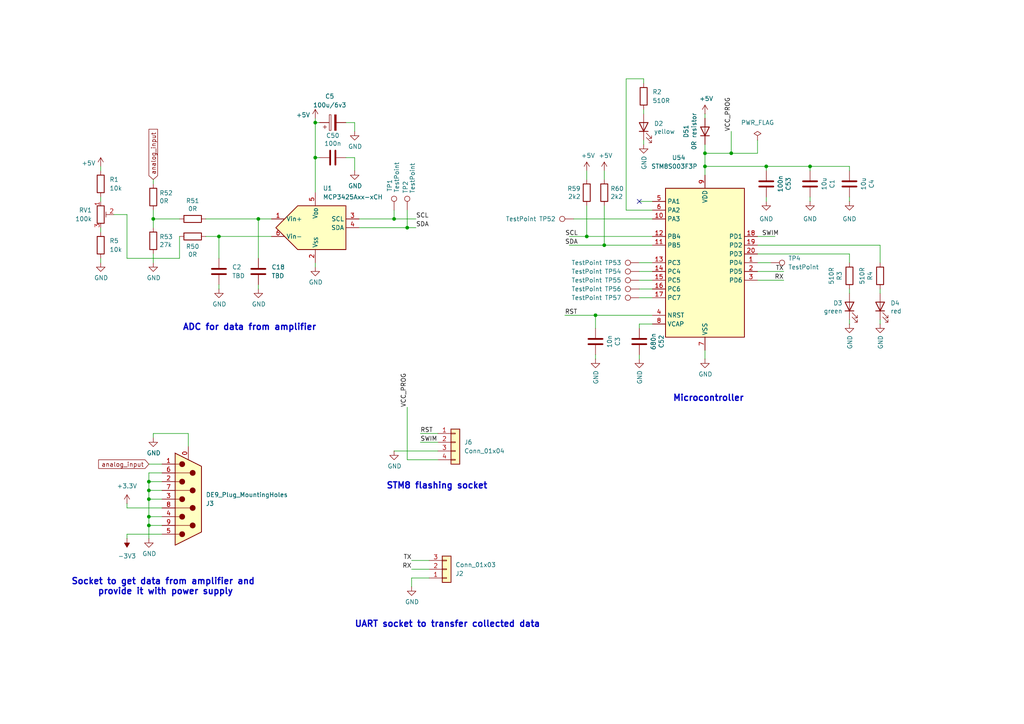
<source format=kicad_sch>
(kicad_sch (version 20231120) (generator "eeschema") (generator_version "8.0")
  (paper "A4")
  (lib_symbols
    (symbol "Analog_ADC:MCP3425Axx-xCH"
      (property "Reference" "U" (at -10.16 7.62 0))
      (property "Value" "MCP3425Axx-xCH" (at 2.54 7.62 0))
      (symbol "MCP3425Axx-xCH_0_1"
        (polyline (pts (xy -5.08 6.35) (xy 8.89 6.35) (xy 8.89 0) (xy 8.89 -6.35) (xy -5.08 -6.35) (xy -11.43 0) (xy -5.08 6.35)) (stroke (width 0.254)) (fill (type background)))
      )
      (symbol "MCP3425Axx-xCH_1_1"
        (pin passive line (at -12.7 2.54 0) (length 3.81) (name "Vin+") (number "1"))
        (pin power_in line (at 0 -10.16 90) (length 3.81) (name "V_{SS}") (number "2"))
        (pin input line (at 12.7 2.54 180) (length 3.81) (name "SCL") (number "3"))
        (pin bidirectional line (at 12.7 0 180) (length 3.81) (name "SDA") (number "4"))
        (pin power_in line (at 0 10.16 270) (length 3.81) (name "V_{DD}") (number "5"))
        (pin passive line (at -12.7 -2.54 0) (length 3.81) (name "Vin-") (number "6"))
      )
    )
    (symbol "Connector:DE9_Plug_MountingHoles" (pin_names (offset 1.016) hide)
      (property "Reference" "J" (at 0 16.51 0))
      (property "Value" "DE9_Plug_MountingHoles" (at 0 14.605 0))
      (symbol "DE9_Plug_MountingHoles_0_1"
        (circle (center -1.778 -10.16) (radius 0.762) (fill (type outline)))
        (circle (center -1.778 -5.08) (radius 0.762) (fill (type outline)))
        (circle (center -1.778 0) (radius 0.762) (fill (type outline)))
        (circle (center -1.778 5.08) (radius 0.762) (fill (type outline)))
        (circle (center -1.778 10.16) (radius 0.762) (fill (type outline)))
        (polyline (pts (xy -3.81 -10.16) (xy -2.54 -10.16)))
        (polyline (pts (xy -3.81 -7.62) (xy 0.508 -7.62)))
        (polyline (pts (xy -3.81 -5.08) (xy -2.54 -5.08)))
        (polyline (pts (xy -3.81 -2.54) (xy 0.508 -2.54)))
        (polyline (pts (xy -3.81 0) (xy -2.54 0)))
        (polyline (pts (xy -3.81 2.54) (xy 0.508 2.54)))
        (polyline (pts (xy -3.81 5.08) (xy -2.54 5.08)))
        (polyline (pts (xy -3.81 7.62) (xy 0.508 7.62)))
        (polyline (pts (xy -3.81 10.16) (xy -2.54 10.16)))
        (polyline (pts (xy -3.81 -13.335) (xy -3.81 13.335) (xy 3.81 9.525) (xy 3.81 -9.525) (xy -3.81 -13.335)) (stroke (width 0.254)) (fill (type background)))
        (circle (center 1.27 -7.62) (radius 0.762) (fill (type outline)))
        (circle (center 1.27 -2.54) (radius 0.762) (fill (type outline)))
        (circle (center 1.27 2.54) (radius 0.762) (fill (type outline)))
        (circle (center 1.27 7.62) (radius 0.762) (fill (type outline)))
      )
      (symbol "DE9_Plug_MountingHoles_1_1"
        (pin passive line (at 0 -15.24 90) (length 3.81) (name "PAD") (number "0"))
        (pin passive line (at -7.62 -10.16 0) (length 3.81) (name "1") (number "1"))
        (pin passive line (at -7.62 -5.08 0) (length 3.81) (name "2") (number "2"))
        (pin passive line (at -7.62 0 0) (length 3.81) (name "3") (number "3"))
        (pin passive line (at -7.62 5.08 0) (length 3.81) (name "4") (number "4"))
        (pin passive line (at -7.62 10.16 0) (length 3.81) (name "5") (number "5"))
        (pin passive line (at -7.62 -7.62 0) (length 3.81) (name "6") (number "6"))
        (pin passive line (at -7.62 -2.54 0) (length 3.81) (name "7") (number "7"))
        (pin passive line (at -7.62 2.54 0) (length 3.81) (name "8") (number "8"))
        (pin passive line (at -7.62 7.62 0) (length 3.81) (name "9") (number "9"))
      )
    )
    (symbol "Connector:TestPoint" (pin_numbers hide) (pin_names (offset 0.762) hide)
      (property "Reference" "TP" (at 0 6.858 0))
      (property "Value" "TestPoint" (at 0 5.08 0))
      (symbol "TestPoint_0_1"
        (circle (center 0 3.302) (radius 0.762))
      )
      (symbol "TestPoint_1_1"
        (pin passive line (at 0 0 90) (length 2.54) (name "1") (number "1"))
      )
    )
    (symbol "Connector_Generic:Conn_01x03" (pin_names (offset 1.016) hide)
      (property "Reference" "J" (at 0 5.08 0))
      (property "Value" "Conn_01x03" (at 0 -5.08 0))
      (symbol "Conn_01x03_1_1"
        (rectangle (start -1.27 -2.413) (end 0 -2.667) (stroke (width 0.1524)))
        (rectangle (start -1.27 0.127) (end 0 -0.127) (stroke (width 0.1524)))
        (rectangle (start -1.27 2.667) (end 0 2.413) (stroke (width 0.1524)))
        (rectangle (start -1.27 3.81) (end 1.27 -3.81) (stroke (width 0.254)) (fill (type background)))
        (pin passive line (at -5.08 2.54 0) (length 3.81) (name "Pin_1") (number "1"))
        (pin passive line (at -5.08 0 0) (length 3.81) (name "Pin_2") (number "2"))
        (pin passive line (at -5.08 -2.54 0) (length 3.81) (name "Pin_3") (number "3"))
      )
    )
    (symbol "Connector_Generic:Conn_01x04" (pin_names (offset 1.016) hide)
      (property "Reference" "J" (at 0 5.08 0))
      (property "Value" "Conn_01x04" (at 0 -7.62 0))
      (symbol "Conn_01x04_1_1"
        (rectangle (start -1.27 -4.953) (end 0 -5.207) (stroke (width 0.1524)))
        (rectangle (start -1.27 -2.413) (end 0 -2.667) (stroke (width 0.1524)))
        (rectangle (start -1.27 0.127) (end 0 -0.127) (stroke (width 0.1524)))
        (rectangle (start -1.27 2.667) (end 0 2.413) (stroke (width 0.1524)))
        (rectangle (start -1.27 3.81) (end 1.27 -6.35) (stroke (width 0.254)) (fill (type background)))
        (pin passive line (at -5.08 2.54 0) (length 3.81) (name "Pin_1") (number "1"))
        (pin passive line (at -5.08 0 0) (length 3.81) (name "Pin_2") (number "2"))
        (pin passive line (at -5.08 -2.54 0) (length 3.81) (name "Pin_3") (number "3"))
        (pin passive line (at -5.08 -5.08 0) (length 3.81) (name "Pin_4") (number "4"))
      )
    )
    (symbol "Device:C" (pin_numbers hide) (pin_names (offset 0.254))
      (property "Reference" "C" (at 0.635 2.54 0))
      (property "Value" "C" (at 0.635 -2.54 0))
      (symbol "C_0_1"
        (polyline (pts (xy -2.032 -0.762) (xy 2.032 -0.762)) (stroke (width 0.508)))
        (polyline (pts (xy -2.032 0.762) (xy 2.032 0.762)) (stroke (width 0.508)))
      )
      (symbol "C_1_1"
        (pin passive line (at 0 3.81 270) (length 2.794) (name "~") (number "1"))
        (pin passive line (at 0 -3.81 90) (length 2.794) (name "~") (number "2"))
      )
    )
    (symbol "Device:C_Polarized" (pin_numbers hide) (pin_names (offset 0.254))
      (property "Reference" "C" (at 0.635 2.54 0))
      (property "Value" "C_Polarized" (at 0.635 -2.54 0))
      (symbol "C_Polarized_0_1"
        (rectangle (start -2.286 0.508) (end 2.286 1.016))
        (polyline (pts (xy -1.778 2.286) (xy -0.762 2.286)))
        (polyline (pts (xy -1.27 2.794) (xy -1.27 1.778)))
        (rectangle (start 2.286 -0.508) (end -2.286 -1.016) (fill (type outline)))
      )
      (symbol "C_Polarized_1_1"
        (pin passive line (at 0 3.81 270) (length 2.794) (name "~") (number "1"))
        (pin passive line (at 0 -3.81 90) (length 2.794) (name "~") (number "2"))
      )
    )
    (symbol "Device:D" (pin_numbers hide) (pin_names (offset 1.016) hide)
      (property "Reference" "D" (at 0 2.54 0))
      (property "Value" "D" (at 0 -2.54 0))
      (symbol "D_0_1"
        (polyline (pts (xy -1.27 1.27) (xy -1.27 -1.27)) (stroke (width 0.254)))
        (polyline (pts (xy 1.27 0) (xy -1.27 0)))
        (polyline (pts (xy 1.27 1.27) (xy 1.27 -1.27) (xy -1.27 0) (xy 1.27 1.27)) (stroke (width 0.254)))
      )
      (symbol "D_1_1"
        (pin passive line (at -3.81 0 0) (length 2.54) (name "K") (number "1"))
        (pin passive line (at 3.81 0 180) (length 2.54) (name "A") (number "2"))
      )
    )
    (symbol "Device:LED" (pin_numbers hide) (pin_names (offset 1.016) hide)
      (property "Reference" "D" (at 0 2.54 0))
      (property "Value" "LED" (at 0 -2.54 0))
      (symbol "LED_0_1"
        (polyline (pts (xy -1.27 -1.27) (xy -1.27 1.27)) (stroke (width 0.254)))
        (polyline (pts (xy -1.27 0) (xy 1.27 0)))
        (polyline (pts (xy 1.27 -1.27) (xy 1.27 1.27) (xy -1.27 0) (xy 1.27 -1.27)) (stroke (width 0.254)))
        (polyline (pts (xy -3.048 -0.762) (xy -4.572 -2.286) (xy -3.81 -2.286) (xy -4.572 -2.286) (xy -4.572 -1.524)))
        (polyline (pts (xy -1.778 -0.762) (xy -3.302 -2.286) (xy -2.54 -2.286) (xy -3.302 -2.286) (xy -3.302 -1.524)))
      )
      (symbol "LED_1_1"
        (pin passive line (at -3.81 0 0) (length 2.54) (name "K") (number "1"))
        (pin passive line (at 3.81 0 180) (length 2.54) (name "A") (number "2"))
      )
    )
    (symbol "Device:R" (pin_numbers hide) (pin_names (offset 0))
      (property "Reference" "R" (at 2.032 0 90))
      (property "Value" "R" (at 0 0 90))
      (symbol "R_0_1"
        (rectangle (start -1.016 -2.54) (end 1.016 2.54) (stroke (width 0.254)))
      )
      (symbol "R_1_1"
        (pin passive line (at 0 3.81 270) (length 1.27) (name "~") (number "1"))
        (pin passive line (at 0 -3.81 90) (length 1.27) (name "~") (number "2"))
      )
    )
    (symbol "Device:R_Potentiometer_Trim" (pin_names (offset 1.016) hide)
      (property "Reference" "RV" (at -4.445 0 90))
      (property "Value" "R_Potentiometer_Trim" (at -2.54 0 90))
      (symbol "R_Potentiometer_Trim_0_1"
        (polyline (pts (xy 1.524 0.762) (xy 1.524 -0.762)))
        (polyline (pts (xy 2.54 0) (xy 1.524 0)))
        (rectangle (start 1.016 2.54) (end -1.016 -2.54) (stroke (width 0.254)))
      )
      (symbol "R_Potentiometer_Trim_1_1"
        (pin passive line (at 0 3.81 270) (length 1.27) (name "1") (number "1"))
        (pin passive line (at 3.81 0 180) (length 1.27) (name "2") (number "2"))
        (pin passive line (at 0 -3.81 90) (length 1.27) (name "3") (number "3"))
      )
    )
    (symbol "MCU_ST_STM8:STM8S003F3P"
      (property "Reference" "U" (at 1.27 25.4 0))
      (property "Value" "STM8S003F3P" (at 1.27 22.86 0))
      (symbol "STM8S003F3P_0_1"
        (rectangle (start -11.43 21.59) (end 11.43 -21.59) (stroke (width 0.254)) (fill (type background)))
      )
      (symbol "STM8S003F3P_1_1"
        (pin bidirectional line (at 15.24 0 180) (length 3.81) (name "PD4") (number "1"))
        (pin bidirectional line (at -15.24 12.7 0) (length 3.81) (name "PA3") (number "10"))
        (pin bidirectional line (at -15.24 5.08 0) (length 3.81) (name "PB5") (number "11"))
        (pin bidirectional line (at -15.24 7.62 0) (length 3.81) (name "PB4") (number "12"))
        (pin bidirectional line (at -15.24 0 0) (length 3.81) (name "PC3") (number "13"))
        (pin bidirectional line (at -15.24 -2.54 0) (length 3.81) (name "PC4") (number "14"))
        (pin bidirectional line (at -15.24 -5.08 0) (length 3.81) (name "PC5") (number "15"))
        (pin bidirectional line (at -15.24 -7.62 0) (length 3.81) (name "PC6") (number "16"))
        (pin bidirectional line (at -15.24 -10.16 0) (length 3.81) (name "PC7") (number "17"))
        (pin bidirectional line (at 15.24 7.62 180) (length 3.81) (name "PD1") (number "18"))
        (pin bidirectional line (at 15.24 5.08 180) (length 3.81) (name "PD2") (number "19"))
        (pin bidirectional line (at 15.24 -2.54 180) (length 3.81) (name "PD5") (number "2"))
        (pin bidirectional line (at 15.24 2.54 180) (length 3.81) (name "PD3") (number "20"))
        (pin bidirectional line (at 15.24 -5.08 180) (length 3.81) (name "PD6") (number "3"))
        (pin input line (at -15.24 -15.24 0) (length 3.81) (name "NRST") (number "4"))
        (pin bidirectional line (at -15.24 17.78 0) (length 3.81) (name "PA1") (number "5"))
        (pin bidirectional line (at -15.24 15.24 0) (length 3.81) (name "PA2") (number "6"))
        (pin power_in line (at 0 -25.4 90) (length 3.81) (name "VSS") (number "7"))
        (pin passive line (at -15.24 -17.78 0) (length 3.81) (name "VCAP") (number "8"))
        (pin power_in line (at 0 25.4 270) (length 3.81) (name "VDD") (number "9"))
      )
    )
    (symbol "PWR_FLAG_1" (power) (pin_numbers hide) (pin_names (offset 0) hide)
      (property "Value" "PWR_FLAG" (at 0 3.81 0))
      (symbol "PWR_FLAG_1_0_0"
        (pin power_out line (at 0 0 90) (length 0) (name "~") (number "1"))
      )
      (symbol "PWR_FLAG_1_0_1"
        (polyline (pts (xy 0 0) (xy 0 1.27) (xy -1.016 1.905) (xy 0 2.54) (xy 1.016 1.905) (xy 0 1.27)))
      )
    )
    (symbol "power:+3.3V" (power) (pin_numbers hide) (pin_names (offset 0) hide)
      (property "Value" "+3.3V" (at 0 3.556 0))
      (symbol "+3.3V_0_1"
        (polyline (pts (xy -0.762 1.27) (xy 0 2.54)))
        (polyline (pts (xy 0 0) (xy 0 2.54)))
        (polyline (pts (xy 0 2.54) (xy 0.762 1.27)))
      )
      (symbol "+3.3V_1_1"
        (pin power_in line (at 0 0 90) (length 0) (name "~") (number "1"))
      )
    )
    (symbol "power:+5V" (power) (pin_numbers hide) (pin_names (offset 0) hide)
      (property "Value" "+5V" (at 0 3.556 0))
      (symbol "+5V_0_1"
        (polyline (pts (xy -0.762 1.27) (xy 0 2.54)))
        (polyline (pts (xy 0 0) (xy 0 2.54)))
        (polyline (pts (xy 0 2.54) (xy 0.762 1.27)))
      )
      (symbol "+5V_1_1"
        (pin power_in line (at 0 0 90) (length 0) (name "~") (number "1"))
      )
    )
    (symbol "power:-3V3" (power) (pin_numbers hide) (pin_names (offset 0) hide)
      (property "Value" "-3V3" (at 0 3.556 0))
      (symbol "-3V3_0_0"
        (pin power_in line (at 0 0 90) (length 0) (name "~") (number "1"))
      )
      (symbol "-3V3_0_1"
        (polyline (pts (xy 0 0) (xy 0 1.27) (xy 0.762 1.27) (xy 0 2.54) (xy -0.762 1.27) (xy 0 1.27)) (fill (type outline)))
      )
    )
    (symbol "power:GND" (power) (pin_numbers hide) (pin_names (offset 0) hide)
      (property "Value" "GND" (at 0 -3.81 0))
      (symbol "GND_0_1"
        (polyline (pts (xy 0 0) (xy 0 -1.27) (xy 1.27 -1.27) (xy 0 -2.54) (xy -1.27 -1.27) (xy 0 -1.27)))
      )
      (symbol "GND_1_1"
        (pin power_in line (at 0 0 270) (length 0) (name "~") (number "1"))
      )
    )
  )
  (junction (at 204.47 44.45))
  (junction (at 170.18 68.58))
  (junction (at 91.44 45.72))
  (junction (at 204.47 48.26))
  (junction (at 44.45 63.5))
  (junction (at 43.18 139.7))
  (junction (at 212.09 44.45))
  (junction (at 43.18 152.4))
  (junction (at 43.18 142.24))
  (junction (at 43.18 149.86))
  (junction (at 91.44 35.56))
  (junction (at 63.5 68.58))
  (junction (at 222.25 48.26))
  (junction (at 175.26 71.12))
  (junction (at 234.95 48.26))
  (junction (at 43.18 144.78))
  (junction (at 74.93 63.5))
  (junction (at 172.72 91.44))
  (junction (at 118.11 66.04))
  (junction (at 114.3 63.5))
  (no_connect (at 185.42 58.42))
  (wire (pts (xy 44.45 125.73) (xy 54.61 125.73)))
  (wire (pts (xy 181.61 22.86) (xy 186.69 22.86)))
  (wire (pts (xy 92.71 45.72) (xy 91.44 45.72)))
  (wire (pts (xy 43.18 134.62) (xy 46.99 134.62)))
  (wire (pts (xy 127 125.73) (xy 121.92 125.73)))
  (wire (pts (xy 114.3 63.5) (xy 104.14 63.5)))
  (wire (pts (xy 36.83 147.32) (xy 36.83 146.05)))
  (wire (pts (xy 170.18 52.07) (xy 170.18 49.53)))
  (wire (pts (xy 44.45 63.5) (xy 44.45 60.96)))
  (wire (pts (xy 246.38 93.98) (xy 246.38 92.71)))
  (wire (pts (xy 43.18 152.4) (xy 43.18 156.21)))
  (wire (pts (xy 219.71 44.45) (xy 219.71 40.64)))
  (wire (pts (xy 212.09 44.45) (xy 212.09 38.1)))
  (wire (pts (xy 124.46 162.56) (xy 119.38 162.56)))
  (wire (pts (xy 33.02 62.23) (xy 36.83 62.23)))
  (wire (pts (xy 189.23 83.82) (xy 185.42 83.82)))
  (wire (pts (xy 43.18 139.7) (xy 43.18 142.24)))
  (wire (pts (xy 219.71 68.58) (xy 224.79 68.58)))
  (wire (pts (xy 212.09 44.45) (xy 219.71 44.45)))
  (wire (pts (xy 43.18 137.16) (xy 43.18 139.7)))
  (wire (pts (xy 189.23 81.28) (xy 185.42 81.28)))
  (wire (pts (xy 102.87 45.72) (xy 102.87 49.53)))
  (wire (pts (xy 185.42 104.14) (xy 185.42 102.87)))
  (wire (pts (xy 219.71 76.2) (xy 223.52 76.2)))
  (wire (pts (xy 52.07 63.5) (xy 44.45 63.5)))
  (wire (pts (xy 100.33 45.72) (xy 102.87 45.72)))
  (wire (pts (xy 186.69 33.02) (xy 186.69 31.75)))
  (wire (pts (xy 189.23 58.42) (xy 185.42 58.42)))
  (wire (pts (xy 92.71 35.56) (xy 91.44 35.56)))
  (wire (pts (xy 175.26 71.12) (xy 189.23 71.12)))
  (wire (pts (xy 204.47 50.8) (xy 204.47 48.26)))
  (wire (pts (xy 119.38 170.18) (xy 119.38 167.64)))
  (wire (pts (xy 91.44 34.29) (xy 91.44 35.56)))
  (wire (pts (xy 36.83 154.94) (xy 36.83 156.21)))
  (wire (pts (xy 124.46 165.1) (xy 119.38 165.1)))
  (wire (pts (xy 43.18 142.24) (xy 46.99 142.24)))
  (wire (pts (xy 189.23 91.44) (xy 172.72 91.44)))
  (wire (pts (xy 124.46 167.64) (xy 119.38 167.64)))
  (wire (pts (xy 127 128.27) (xy 121.92 128.27)))
  (wire (pts (xy 44.45 73.66) (xy 44.45 76.2)))
  (wire (pts (xy 234.95 48.26) (xy 246.38 48.26)))
  (wire (pts (xy 74.93 63.5) (xy 74.93 74.93)))
  (wire (pts (xy 204.47 44.45) (xy 212.09 44.45)))
  (wire (pts (xy 185.42 76.2) (xy 189.23 76.2)))
  (wire (pts (xy 204.47 48.26) (xy 222.25 48.26)))
  (wire (pts (xy 43.18 152.4) (xy 46.99 152.4)))
  (wire (pts (xy 255.27 85.09) (xy 255.27 83.82)))
  (wire (pts (xy 43.18 144.78) (xy 43.18 149.86)))
  (wire (pts (xy 204.47 44.45) (xy 204.47 41.91)))
  (wire (pts (xy 43.18 137.16) (xy 46.99 137.16)))
  (wire (pts (xy 234.95 48.26) (xy 234.95 49.53)))
  (wire (pts (xy 170.18 68.58) (xy 189.23 68.58)))
  (wire (pts (xy 29.21 66.04) (xy 29.21 67.31)))
  (wire (pts (xy 120.65 63.5) (xy 114.3 63.5)))
  (wire (pts (xy 118.11 118.11) (xy 118.11 133.35)))
  (wire (pts (xy 222.25 49.53) (xy 222.25 48.26)))
  (wire (pts (xy 74.93 82.55) (xy 74.93 83.82)))
  (wire (pts (xy 246.38 48.26) (xy 246.38 49.53)))
  (wire (pts (xy 181.61 60.96) (xy 181.61 22.86)))
  (wire (pts (xy 219.71 81.28) (xy 227.33 81.28)))
  (wire (pts (xy 52.07 74.93) (xy 36.83 74.93)))
  (wire (pts (xy 44.45 63.5) (xy 44.45 66.04)))
  (wire (pts (xy 186.69 41.91) (xy 186.69 40.64)))
  (wire (pts (xy 29.21 48.26) (xy 29.21 49.53)))
  (wire (pts (xy 222.25 48.26) (xy 234.95 48.26)))
  (wire (pts (xy 204.47 48.26) (xy 204.47 44.45)))
  (wire (pts (xy 43.18 142.24) (xy 43.18 144.78)))
  (wire (pts (xy 127 133.35) (xy 118.11 133.35)))
  (wire (pts (xy 118.11 60.96) (xy 118.11 66.04)))
  (wire (pts (xy 44.45 53.34) (xy 44.45 52.07)))
  (wire (pts (xy 36.83 74.93) (xy 36.83 62.23)))
  (wire (pts (xy 222.25 58.42) (xy 222.25 57.15)))
  (wire (pts (xy 114.3 60.96) (xy 114.3 63.5)))
  (wire (pts (xy 104.14 66.04) (xy 118.11 66.04)))
  (wire (pts (xy 43.18 149.86) (xy 46.99 149.86)))
  (wire (pts (xy 43.18 144.78) (xy 46.99 144.78)))
  (wire (pts (xy 165.1 68.58) (xy 170.18 68.58)))
  (wire (pts (xy 59.69 63.5) (xy 74.93 63.5)))
  (wire (pts (xy 52.07 68.58) (xy 52.07 74.93)))
  (wire (pts (xy 189.23 78.74) (xy 185.42 78.74)))
  (wire (pts (xy 189.23 86.36) (xy 185.42 86.36)))
  (wire (pts (xy 189.23 60.96) (xy 181.61 60.96)))
  (wire (pts (xy 43.18 149.86) (xy 43.18 152.4)))
  (wire (pts (xy 54.61 125.73) (xy 54.61 129.54)))
  (wire (pts (xy 172.72 95.25) (xy 172.72 91.44)))
  (wire (pts (xy 204.47 34.29) (xy 204.47 33.02)))
  (wire (pts (xy 91.44 35.56) (xy 91.44 45.72)))
  (wire (pts (xy 219.71 78.74) (xy 227.33 78.74)))
  (wire (pts (xy 102.87 35.56) (xy 102.87 38.1)))
  (wire (pts (xy 114.3 130.81) (xy 127 130.81)))
  (wire (pts (xy 234.95 58.42) (xy 234.95 57.15)))
  (wire (pts (xy 246.38 58.42) (xy 246.38 57.15)))
  (wire (pts (xy 91.44 45.72) (xy 91.44 55.88)))
  (wire (pts (xy 189.23 93.98) (xy 185.42 93.98)))
  (wire (pts (xy 219.71 71.12) (xy 255.27 71.12)))
  (wire (pts (xy 255.27 71.12) (xy 255.27 76.2)))
  (wire (pts (xy 204.47 104.14) (xy 204.47 101.6)))
  (wire (pts (xy 175.26 52.07) (xy 175.26 49.53)))
  (wire (pts (xy 29.21 57.15) (xy 29.21 58.42)))
  (wire (pts (xy 74.93 63.5) (xy 78.74 63.5)))
  (wire (pts (xy 255.27 93.98) (xy 255.27 92.71)))
  (wire (pts (xy 100.33 35.56) (xy 102.87 35.56)))
  (wire (pts (xy 175.26 59.69) (xy 175.26 71.12)))
  (wire (pts (xy 118.11 66.04) (xy 120.65 66.04)))
  (wire (pts (xy 172.72 91.44) (xy 163.83 91.44)))
  (wire (pts (xy 44.45 125.73) (xy 44.45 127)))
  (wire (pts (xy 59.69 68.58) (xy 63.5 68.58)))
  (wire (pts (xy 63.5 68.58) (xy 63.5 74.93)))
  (wire (pts (xy 246.38 73.66) (xy 246.38 76.2)))
  (wire (pts (xy 185.42 93.98) (xy 185.42 95.25)))
  (wire (pts (xy 166.37 63.5) (xy 189.23 63.5)))
  (wire (pts (xy 91.44 77.47) (xy 91.44 76.2)))
  (wire (pts (xy 172.72 104.14) (xy 172.72 102.87)))
  (wire (pts (xy 186.69 22.86) (xy 186.69 24.13)))
  (wire (pts (xy 43.18 139.7) (xy 46.99 139.7)))
  (wire (pts (xy 36.83 154.94) (xy 46.99 154.94)))
  (wire (pts (xy 63.5 68.58) (xy 78.74 68.58)))
  (wire (pts (xy 246.38 85.09) (xy 246.38 83.82)))
  (wire (pts (xy 170.18 59.69) (xy 170.18 68.58)))
  (wire (pts (xy 165.1 71.12) (xy 175.26 71.12)))
  (wire (pts (xy 36.83 147.32) (xy 46.99 147.32)))
  (wire (pts (xy 219.71 73.66) (xy 246.38 73.66)))
  (wire (pts (xy 29.21 74.93) (xy 29.21 76.2)))
  (wire (pts (xy 63.5 82.55) (xy 63.5 83.82)))
  (text "Socket to get data from amplifier and \nprovide it with power supply" (at 48.006 170.18 0) (effects (font (size 1.8 1.8) (thickness 0.36) (bold yes))))
  (text "Microcontroller" (at 205.486 115.57 0) (effects (font (size 1.8 1.8) (thickness 0.36) (bold yes))))
  (text "ADC for data from amplifier" (at 72.39 94.996 0) (effects (font (size 1.8 1.8) (thickness 0.36) (bold yes))))
  (text "STM8 flashing socket" (at 126.746 140.97 0) (effects (font (size 1.8 1.8) (thickness 0.36) (bold yes))))
  (text "UART socket to transfer collected data" (at 129.794 181.102 0) (effects (font (size 1.8 1.8) (thickness 0.36) (bold yes))))
  (label "SDA" (at 167.64 71.12 180))
  (label "VCC_PROG" (at 212.09 38.1 90))
  (label "RST" (at 163.83 91.44 0))
  (label "SCL" (at 167.64 68.58 180))
  (label "SWIM" (at 121.92 128.27 0))
  (label "TX" (at 227.33 78.74 180))
  (label "TX" (at 119.38 162.56 180))
  (label "SDA" (at 120.65 66.04 0))
  (label "SCL" (at 120.65 63.5 0))
  (label "SWIM" (at 220.98 68.58 0))
  (label "VCC_PROG" (at 118.11 118.11 90))
  (label "RX" (at 119.38 165.1 180))
  (label "RX" (at 227.33 81.28 180))
  (label "RST" (at 121.92 125.73 0))
  (global_label "analog_input" (shape input) (at 44.45 52.07 90) (property "Intersheetrefs" "${INTERSHEET_REFS}" (effects (hide yes))))
  (global_label "analog_input" (shape input) (at 43.18 134.62 180) (property "Intersheetrefs" "${INTERSHEET_REFS}" (effects (hide yes))))
  (symbol (lib_id "Connector:TestPoint") (at 185.42 81.28 90) (unit 1)
    (property "Reference" "TP55" (at 177.8 81.28 90))
    (property "Value" "TestPoint" (at 170.18 81.28 90))
    (property "Footprint" "TestPoint:TestPoint_Pad_D1.0mm" (effects (hide yes)))
  )
  (symbol (lib_id "Device:C_Polarized") (at 96.52 35.56 90) (unit 1)
    (property "Reference" "C5" (at 95.631 27.94 90))
    (property "Value" "100u/6v3" (at 95.631 30.48 90))
    (property "Footprint" "Capacitor_Tantalum_SMD:CP_EIA-3528-21_Kemet-B" (effects (hide yes)))
    (property "Description" "Polarized capacitor" (effects (hide yes)))
  )
  (symbol (lib_id "power:GND") (at 246.38 58.42 0) (unit 1)
    (property "Reference" "#PWR06" (effects (hide yes)))
    (property "Value" "GND" (at 246.38 63.5 0))
  )
  (symbol (lib_id "Device:D") (at 204.47 38.1 90) (unit 1)
    (property "Reference" "D51" (at 198.9836 38.1 0))
    (property "Value" "0R resistor" (at 201.295 38.1 0))
    (property "Footprint" "Diode_SMD:D_MiniMELF" (effects (hide yes)))
  )
  (symbol (lib_id "Device:C") (at 172.72 99.06 180) (unit 1)
    (property "Reference" "C3" (at 179.1208 99.06 90))
    (property "Value" "10n" (at 176.8094 99.06 90))
    (property "Footprint" "Capacitor_SMD:C_0805_2012Metric" (effects (hide yes)))
  )
  (symbol (lib_id "power:GND") (at 204.47 104.14 0) (unit 1)
    (property "Reference" "#PWR048" (effects (hide yes)))
    (property "Value" "GND" (at 204.597 108.5342 0))
  )
  (symbol (lib_id "power:GND") (at 44.45 76.2 0) (unit 1)
    (property "Reference" "#PWR029" (effects (hide yes)))
    (property "Value" "GND" (at 44.577 80.5942 0))
  )
  (symbol (lib_id "power:GND") (at 74.93 83.82 0) (unit 1)
    (property "Reference" "#PWR03" (effects (hide yes)))
    (property "Value" "GND" (at 75.057 88.2142 0))
  )
  (symbol (lib_id "power:GND") (at 63.5 83.82 0) (unit 1)
    (property "Reference" "#PWR04" (effects (hide yes)))
    (property "Value" "GND" (at 63.627 88.2142 0))
  )
  (symbol (lib_id "Device:C") (at 96.52 45.72 270) (unit 1)
    (property "Reference" "C50" (at 96.52 39.3192 90))
    (property "Value" "100n" (at 96.52 41.6306 90))
    (property "Footprint" "Capacitor_SMD:C_0805_2012Metric" (effects (hide yes)))
  )
  (symbol (lib_id "Device:R") (at 55.88 63.5 270) (unit 1)
    (property "Reference" "R51" (at 55.88 58.2422 90))
    (property "Value" "0R" (at 55.88 60.5536 90))
    (property "Footprint" "Resistor_SMD:R_0805_2012Metric" (effects (hide yes)))
  )
  (symbol (lib_id "Connector:TestPoint") (at 185.42 86.36 90) (unit 1)
    (property "Reference" "TP57" (at 177.8 86.36 90))
    (property "Value" "TestPoint" (at 170.18 86.36 90))
    (property "Footprint" "TestPoint:TestPoint_Pad_D1.0mm" (effects (hide yes)))
  )
  (symbol (lib_id "power:GND") (at 29.21 76.2 0) (unit 1)
    (property "Reference" "#PWR02" (effects (hide yes)))
    (property "Value" "GND" (at 29.337 80.5942 0))
  )
  (symbol (lib_id "Device:C") (at 185.42 99.06 180) (unit 1)
    (property "Reference" "C52" (at 191.8208 99.06 90))
    (property "Value" "680n" (at 189.5094 99.06 90))
    (property "Footprint" "Capacitor_SMD:C_0805_2012Metric" (effects (hide yes)))
  )
  (symbol (lib_id "power:GND") (at 234.95 58.42 0) (unit 1)
    (property "Reference" "#PWR05" (effects (hide yes)))
    (property "Value" "GND" (at 234.95 63.5 0))
  )
  (symbol (lib_id "Device:R") (at 44.45 69.85 180) (unit 1)
    (property "Reference" "R53" (at 46.228 68.6816 0) (effects (justify right)))
    (property "Value" "27k" (at 46.228 70.993 0) (effects (justify right)))
    (property "Footprint" "Resistor_SMD:R_0805_2012Metric" (effects (hide yes)))
  )
  (symbol (lib_id "Device:C") (at 246.38 53.34 180) (unit 1)
    (property "Reference" "C4" (at 252.7808 53.34 90))
    (property "Value" "10u" (at 250.4694 53.34 90))
    (property "Footprint" "Capacitor_SMD:C_0805_2012Metric" (effects (hide yes)))
  )
  (symbol (lib_id "power:GND") (at 43.18 156.21 0) (unit 1)
    (property "Reference" "#PWR055" (effects (hide yes)))
    (property "Value" "GND" (at 43.307 160.6042 0))
    (property "Description" "Power symbol creates a global label with name \"GND\" , ground" (effects (hide yes)))
  )
  (symbol (lib_id "Device:C") (at 222.25 53.34 180) (unit 1)
    (property "Reference" "C53" (at 228.6508 53.34 90))
    (property "Value" "100n" (at 226.3394 53.34 90))
    (property "Footprint" "Capacitor_SMD:C_0805_2012Metric" (effects (hide yes)))
  )
  (symbol (lib_id "power:GND") (at 114.3 130.81 0) (unit 1)
    (property "Reference" "#PWR054" (effects (hide yes)))
    (property "Value" "GND" (at 114.427 135.2042 0))
  )
  (symbol (lib_id "Device:C") (at 74.93 78.74 0) (unit 1)
    (property "Reference" "C18" (at 78.74 77.4699 0) (effects (justify left)))
    (property "Value" "TBD" (at 78.74 80.0099 0) (effects (justify left)))
    (property "Footprint" "Capacitor_SMD:C_0805_2012Metric" (effects (hide yes)))
  )
  (symbol (lib_id "Device:R") (at 170.18 55.88 180) (unit 1)
    (property "Reference" "R59" (at 168.4274 54.7116 0) (effects (justify left)))
    (property "Value" "2k2" (at 168.4274 57.023 0) (effects (justify left)))
    (property "Footprint" "Resistor_SMD:R_0805_2012Metric" (effects (hide yes)))
  )
  (symbol (lib_id "Device:R") (at 44.45 57.15 180) (unit 1)
    (property "Reference" "R52" (at 46.228 55.9816 0) (effects (justify right)))
    (property "Value" "0R" (at 46.228 58.293 0) (effects (justify right)))
    (property "Footprint" "Resistor_SMD:R_0805_2012Metric" (effects (hide yes)))
  )
  (symbol (lib_id "Device:LED") (at 186.69 36.83 90) (unit 1)
    (property "Reference" "D2" (at 189.6872 35.8394 90) (effects (justify right)))
    (property "Value" "yellow" (at 189.6872 38.1508 90) (effects (justify right)))
    (property "Footprint" "LED_SMD:LED_0805_2012Metric" (effects (hide yes)))
  )
  (symbol (lib_id "Connector:TestPoint") (at 114.3 60.96 0) (unit 1)
    (property "Reference" "TP1" (at 113.03 55.626 90) (effects (justify left)))
    (property "Value" "TestPoint" (at 115.062 55.88 90) (effects (justify left)))
    (property "Footprint" "TestPoint:TestPoint_Pad_D1.0mm" (effects (hide yes)))
  )
  (symbol (lib_id "Device:R") (at 29.21 71.12 0) (unit 1)
    (property "Reference" "R5" (at 31.75 69.8499 0) (effects (justify left)))
    (property "Value" "10k" (at 31.75 72.3899 0) (effects (justify left)))
    (property "Footprint" "Resistor_SMD:R_0805_2012Metric" (effects (hide yes)))
  )
  (symbol (lib_id "power:GND") (at 91.44 77.47 0) (unit 1)
    (property "Reference" "#PWR033" (effects (hide yes)))
    (property "Value" "GND" (at 91.567 81.8642 0))
  )
  (symbol (lib_id "Connector:TestPoint") (at 166.37 63.5 90) (unit 1)
    (property "Reference" "TP52" (at 158.75 63.5 90))
    (property "Value" "TestPoint" (at 151.13 63.5 90))
    (property "Footprint" "TestPoint:TestPoint_Pad_D1.0mm" (effects (hide yes)))
  )
  (symbol (lib_id "Device:R") (at 29.21 53.34 0) (unit 1)
    (property "Reference" "R1" (at 31.75 52.0699 0) (effects (justify left)))
    (property "Value" "10k" (at 31.75 54.6099 0) (effects (justify left)))
    (property "Footprint" "Resistor_SMD:R_0805_2012Metric" (effects (hide yes)))
  )
  (symbol (lib_id "power:GND") (at 44.45 127 0) (unit 1)
    (property "Reference" "#PWR040" (effects (hide yes)))
    (property "Value" "GND" (at 44.577 131.3942 0))
    (property "Description" "Power symbol creates a global label with name \"GND\" , ground" (effects (hide yes)))
  )
  (symbol (lib_id "power:GND") (at 186.69 41.91 0) (unit 1)
    (property "Reference" "#PWR046" (effects (hide yes)))
    (property "Value" "GND" (at 186.817 45.1612 90) (effects (justify right)))
  )
  (symbol (lib_id "Connector:TestPoint") (at 118.11 60.96 0) (unit 1)
    (property "Reference" "TP2" (at 117.602 56.134 90) (effects (justify left)))
    (property "Value" "TestPoint" (at 119.634 56.134 90) (effects (justify left)))
    (property "Footprint" "TestPoint:TestPoint_Pad_D1.0mm" (effects (hide yes)))
  )
  (symbol (lib_id "Connector:TestPoint") (at 185.42 78.74 90) (unit 1)
    (property "Reference" "TP54" (at 177.8 78.74 90))
    (property "Value" "TestPoint" (at 170.18 78.74 90))
    (property "Footprint" "TestPoint:TestPoint_Pad_D1.0mm" (effects (hide yes)))
  )
  (symbol (lib_id "power:+3.3V") (at 36.83 146.05 0) (unit 1)
    (property "Reference" "#PWR041" (effects (hide yes)))
    (property "Value" "+3.3V" (at 36.83 140.97 0))
    (property "Description" "Power symbol creates a global label with name \"+3.3V\"" (effects (hide yes)))
  )
  (symbol (lib_id "Connector_Generic:Conn_01x03") (at 129.54 165.1 0) (mirror x) (unit 1)
    (property "Reference" "J2" (at 132.08 166.3701 0) (effects (justify left)))
    (property "Value" "Conn_01x03" (at 132.08 163.8301 0) (effects (justify left)))
    (property "Footprint" "Connector_PinSocket_2.54mm:PinSocket_1x03_P2.54mm_Horizontal" (effects (hide yes)))
    (property "Description" "Generic connector, single row, 01x03, script generated (kicad-library-utils/schlib/autogen/connector/)" (effects (hide yes)))
  )
  (symbol (lib_id "power:GND") (at 255.27 93.98 0) (unit 1)
    (property "Reference" "#PWR053" (effects (hide yes)))
    (property "Value" "GND" (at 255.397 97.2312 90) (effects (justify right)))
  )
  (symbol (lib_id "power:GND") (at 185.42 104.14 0) (unit 1)
    (property "Reference" "#PWR045" (effects (hide yes)))
    (property "Value" "GND" (at 185.547 107.3912 90) (effects (justify right)))
  )
  (symbol (lib_id "Device:C") (at 234.95 53.34 180) (unit 1)
    (property "Reference" "C1" (at 241.3508 53.34 90))
    (property "Value" "10u" (at 239.0394 53.34 90))
    (property "Footprint" "Capacitor_SMD:C_0805_2012Metric" (effects (hide yes)))
  )
  (symbol (lib_id "Connector:DE9_Plug_MountingHoles") (at 54.61 144.78 0) (mirror x) (unit 1)
    (property "Reference" "J3" (at 59.69 146.0501 0) (effects (justify left)))
    (property "Value" "DE9_Plug_MountingHoles" (at 59.69 143.5101 0) (effects (justify left)))
    (property "Footprint" "Connector_Dsub:DSUB-9_Male_Vertical_P2.77x2.84mm_MountingHoles" (effects (hide yes)))
    (property "Description" "9-pin male plug pin D-SUB connector, Mounting Hole" (effects (hide yes)))
  )
  (symbol (lib_id "power:+5V") (at 170.18 49.53 0) (unit 1)
    (property "Reference" "#PWR042" (effects (hide yes)))
    (property "Value" "+5V" (at 170.561 45.1358 0))
  )
  (symbol (lib_id "power:GND") (at 102.87 38.1 0) (unit 1)
    (property "Reference" "#PWR036" (effects (hide yes)))
    (property "Value" "GND" (at 102.997 42.4942 0))
  )
  (symbol (lib_id "Connector:TestPoint") (at 185.42 76.2 90) (unit 1)
    (property "Reference" "TP53" (at 177.8 76.2 90))
    (property "Value" "TestPoint" (at 170.18 76.2 90))
    (property "Footprint" "TestPoint:TestPoint_Pad_D1.0mm" (effects (hide yes)))
  )
  (symbol (lib_id "MCU_ST_STM8:STM8S003F3P") (at 204.47 76.2 0) (unit 1)
    (property "Reference" "U54" (at 196.85 45.72 0))
    (property "Value" "STM8S003F3P" (at 195.58 48.26 0))
    (property "Footprint" "Package_SO:TSSOP-20_4.4x6.5mm_P0.65mm" (effects (hide yes)))
    (property "Datasheet" "http://www.st.com/st-web-ui/static/active/en/resource/technical/document/datasheet/DM00024550.pdf" (effects (hide yes)))
  )
  (symbol (lib_id "Device:R") (at 175.26 55.88 180) (unit 1)
    (property "Reference" "R60" (at 177.038 54.7116 0) (effects (justify right)))
    (property "Value" "2k2" (at 177.038 57.023 0) (effects (justify right)))
    (property "Footprint" "Resistor_SMD:R_0805_2012Metric" (effects (hide yes)))
  )
  (symbol (lib_id "Connector:TestPoint") (at 223.52 76.2 270) (unit 1)
    (property "Reference" "TP4" (at 228.6 74.9299 90) (effects (justify left)))
    (property "Value" "TestPoint" (at 228.6 77.4699 90) (effects (justify left)))
    (property "Footprint" "TestPoint:TestPoint_Pad_D1.0mm" (effects (hide yes)))
  )
  (symbol (lib_id "Device:C") (at 63.5 78.74 0) (unit 1)
    (property "Reference" "C2" (at 67.31 77.4699 0) (effects (justify left)))
    (property "Value" "TBD" (at 67.31 80.0099 0) (effects (justify left)))
    (property "Footprint" "Capacitor_SMD:C_0805_2012Metric" (effects (hide yes)))
  )
  (symbol (lib_id "Device:R") (at 255.27 80.01 180) (unit 1)
    (property "Reference" "R4" (at 252.349 80.01 90))
    (property "Value" "510R" (at 250.0376 80.01 90))
    (property "Footprint" "Resistor_SMD:R_0805_2012Metric" (effects (hide yes)))
  )
  (symbol (lib_id "Connector:TestPoint") (at 185.42 83.82 90) (unit 1)
    (property "Reference" "TP56" (at 177.8 83.82 90))
    (property "Value" "TestPoint" (at 170.18 83.82 90))
    (property "Footprint" "TestPoint:TestPoint_Pad_D1.0mm" (effects (hide yes)))
  )
  (symbol (lib_id "power:+5V") (at 204.47 33.02 0) (unit 1)
    (property "Reference" "#PWR047" (effects (hide yes)))
    (property "Value" "+5V" (at 204.851 28.6258 0))
  )
  (symbol (lib_name "PWR_FLAG_1") (lib_id "power:PWR_FLAG") (at 219.71 40.64 0) (unit 1)
    (property "Reference" "#FLG03" (effects (hide yes)))
    (property "Value" "PWR_FLAG" (at 219.71 35.56 0))
    (property "Description" "Special symbol for telling ERC where power comes from" (effects (hide yes)))
  )
  (symbol (lib_id "power:+5V") (at 91.44 34.29 0) (unit 1)
    (property "Reference" "#PWR032" (effects (hide yes)))
    (property "Value" "+5V" (at 89.9668 33.3502 0) (effects (justify right)))
  )
  (symbol (lib_id "power:GND") (at 172.72 104.14 0) (unit 1)
    (property "Reference" "#PWR043" (effects (hide yes)))
    (property "Value" "GND" (at 172.847 107.3912 90) (effects (justify right)))
  )
  (symbol (lib_id "power:GND") (at 222.25 58.42 0) (unit 1)
    (property "Reference" "#PWR051" (effects (hide yes)))
    (property "Value" "GND" (at 222.25 63.5 0))
  )
  (symbol (lib_id "power:+5V") (at 29.21 48.26 0) (unit 1)
    (property "Reference" "#PWR01" (effects (hide yes)))
    (property "Value" "+5V" (at 27.7368 47.3202 0) (effects (justify right)))
  )
  (symbol (lib_id "power:GND") (at 119.38 170.18 0) (unit 1)
    (property "Reference" "#PWR049" (effects (hide yes)))
    (property "Value" "GND" (at 119.507 174.5742 0))
  )
  (symbol (lib_id "Device:LED") (at 255.27 88.9 90) (unit 1)
    (property "Reference" "D4" (at 258.2672 87.9094 90) (effects (justify right)))
    (property "Value" "red" (at 258.2672 90.2208 90) (effects (justify right)))
    (property "Footprint" "LED_SMD:LED_0805_2012Metric" (effects (hide yes)))
  )
  (symbol (lib_id "Device:R_Potentiometer_Trim") (at 29.21 62.23 0) (unit 1)
    (property "Reference" "RV1" (at 26.67 60.9599 0) (effects (justify right)))
    (property "Value" "100k" (at 26.67 63.4999 0) (effects (justify right)))
    (property "Footprint" "Potentiometer_THT:Potentiometer_Bourns_3296W_Vertical" (effects (hide yes)))
    (property "Description" "Trim-potentiometer" (effects (hide yes)))
  )
  (symbol (lib_id "Analog_ADC:MCP3425Axx-xCH") (at 91.44 66.04 0) (unit 1)
    (property "Reference" "U1" (at 93.6341 54.61 0) (effects (justify left)))
    (property "Value" "MCP3425Axx-xCH" (at 93.6341 57.15 0) (effects (justify left)))
    (property "Footprint" "Package_TO_SOT_SMD:SOT-23-6" (effects (hide yes)))
    (property "Datasheet" "http://ww1.microchip.com/downloads/en/DeviceDoc/22072b.pdf" (effects (hide yes)))
    (property "Description" "Single Delta-Sigma 16bit Analog to Digital Converter, I2C Interface, SOT-23-6" (effects (hide yes)))
  )
  (symbol (lib_id "Device:R") (at 246.38 80.01 180) (unit 1)
    (property "Reference" "R3" (at 243.459 80.01 90))
    (property "Value" "510R" (at 241.1476 80.01 90))
    (property "Footprint" "Resistor_SMD:R_0805_2012Metric" (effects (hide yes)))
  )
  (symbol (lib_id "power:+5V") (at 175.26 49.53 0) (unit 1)
    (property "Reference" "#PWR044" (effects (hide yes)))
    (property "Value" "+5V" (at 175.641 45.1358 0))
  )
  (symbol (lib_id "power:GND") (at 246.38 93.98 0) (unit 1)
    (property "Reference" "#PWR052" (effects (hide yes)))
    (property "Value" "GND" (at 246.507 97.2312 90) (effects (justify right)))
  )
  (symbol (lib_id "Device:R") (at 55.88 68.58 270) (unit 1)
    (property "Reference" "R50" (at 55.88 71.501 90))
    (property "Value" "0R" (at 55.88 73.8124 90))
    (property "Footprint" "Resistor_SMD:R_0805_2012Metric" (effects (hide yes)))
  )
  (symbol (lib_id "power:GND") (at 102.87 49.53 0) (unit 1)
    (property "Reference" "#PWR037" (effects (hide yes)))
    (property "Value" "GND" (at 102.997 53.9242 0))
  )
  (symbol (lib_id "power:-3V3") (at 36.83 156.21 180) (unit 1)
    (property "Reference" "#PWR050" (effects (hide yes)))
    (property "Value" "-3V3" (at 36.83 161.29 0))
    (property "Description" "Power symbol creates a global label with name \"-3V3\"" (effects (hide yes)))
  )
  (symbol (lib_id "Device:R") (at 186.69 27.94 180) (unit 1)
    (property "Reference" "R2" (at 189.23 26.6699 0) (effects (justify right)))
    (property "Value" "510R" (at 189.23 29.2099 0) (effects (justify right)))
    (property "Footprint" "Resistor_SMD:R_0805_2012Metric" (effects (hide yes)))
  )
  (symbol (lib_id "Device:LED") (at 246.38 88.9 90) (unit 1)
    (property "Reference" "D3" (at 244.3734 87.9094 90) (effects (justify left)))
    (property "Value" "green" (at 244.3734 90.2208 90) (effects (justify left)))
    (property "Footprint" "LED_SMD:LED_0805_2012Metric" (effects (hide yes)))
  )
  (symbol (lib_id "Connector_Generic:Conn_01x04") (at 132.08 128.27 0) (unit 1)
    (property "Reference" "J6" (at 134.62 128.2699 0) (effects (justify left)))
    (property "Value" "Conn_01x04" (at 134.62 130.8099 0) (effects (justify left)))
    (property "Footprint" "Connector_PinSocket_2.54mm:PinSocket_1x04_P2.54mm_Horizontal" (effects (hide yes)))
    (property "Description" "Generic connector, single row, 01x04, script generated (kicad-library-utils/schlib/autogen/connector/)" (effects (hide yes)))
  )
)
</source>
